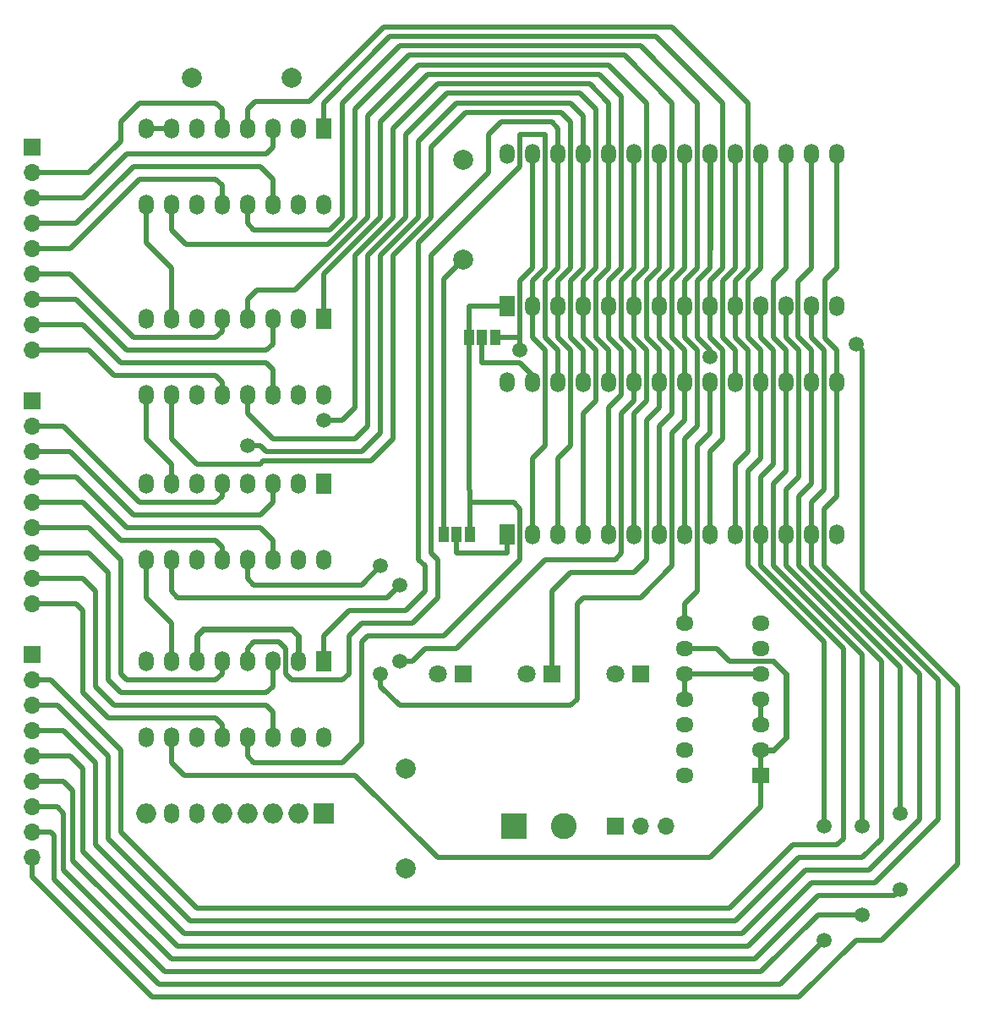
<source format=gbr>
G04 #@! TF.GenerationSoftware,KiCad,Pcbnew,(5.1.8)-1*
G04 #@! TF.CreationDate,2024-07-26T23:06:46+03:00*
G04 #@! TF.ProjectId,RAM,52414d2e-6b69-4636-9164-5f7063625858,rev?*
G04 #@! TF.SameCoordinates,PXc1c960PYc1c960*
G04 #@! TF.FileFunction,Copper,L2,Bot*
G04 #@! TF.FilePolarity,Positive*
%FSLAX46Y46*%
G04 Gerber Fmt 4.6, Leading zero omitted, Abs format (unit mm)*
G04 Created by KiCad (PCBNEW (5.1.8)-1) date 2024-07-26 23:06:46*
%MOMM*%
%LPD*%
G01*
G04 APERTURE LIST*
G04 #@! TA.AperFunction,ComponentPad*
%ADD10O,1.700000X1.700000*%
G04 #@! TD*
G04 #@! TA.AperFunction,ComponentPad*
%ADD11R,1.700000X1.700000*%
G04 #@! TD*
G04 #@! TA.AperFunction,ComponentPad*
%ADD12C,2.600000*%
G04 #@! TD*
G04 #@! TA.AperFunction,ComponentPad*
%ADD13R,2.600000X2.600000*%
G04 #@! TD*
G04 #@! TA.AperFunction,SMDPad,CuDef*
%ADD14R,1.000000X1.500000*%
G04 #@! TD*
G04 #@! TA.AperFunction,ComponentPad*
%ADD15C,2.000000*%
G04 #@! TD*
G04 #@! TA.AperFunction,ComponentPad*
%ADD16C,1.800000*%
G04 #@! TD*
G04 #@! TA.AperFunction,ComponentPad*
%ADD17R,1.800000X1.800000*%
G04 #@! TD*
G04 #@! TA.AperFunction,ComponentPad*
%ADD18O,1.500000X2.000000*%
G04 #@! TD*
G04 #@! TA.AperFunction,ComponentPad*
%ADD19R,1.500000X2.000000*%
G04 #@! TD*
G04 #@! TA.AperFunction,ComponentPad*
%ADD20O,1.800000X1.500000*%
G04 #@! TD*
G04 #@! TA.AperFunction,ComponentPad*
%ADD21R,1.800000X1.500000*%
G04 #@! TD*
G04 #@! TA.AperFunction,ComponentPad*
%ADD22O,2.000000X2.000000*%
G04 #@! TD*
G04 #@! TA.AperFunction,ComponentPad*
%ADD23R,2.000000X2.000000*%
G04 #@! TD*
G04 #@! TA.AperFunction,ViaPad*
%ADD24C,1.500000*%
G04 #@! TD*
G04 #@! TA.AperFunction,Conductor*
%ADD25C,0.500000*%
G04 #@! TD*
G04 #@! TA.AperFunction,Conductor*
%ADD26C,0.600000*%
G04 #@! TD*
G04 APERTURE END LIST*
D10*
X2540000Y-83820000D03*
X2540000Y-81280000D03*
X2540000Y-78740000D03*
X2540000Y-76200000D03*
X2540000Y-73660000D03*
X2540000Y-71120000D03*
X2540000Y-68580000D03*
X2540000Y-66040000D03*
D11*
X2540000Y-63500000D03*
D10*
X2540000Y-58420000D03*
X2540000Y-55880000D03*
X2540000Y-53340000D03*
X2540000Y-50800000D03*
X2540000Y-48260000D03*
X2540000Y-45720000D03*
X2540000Y-43180000D03*
X2540000Y-40640000D03*
D11*
X2540000Y-38100000D03*
D10*
X2540000Y-33020000D03*
X2540000Y-30480000D03*
X2540000Y-27940000D03*
X2540000Y-25400000D03*
X2540000Y-22860000D03*
X2540000Y-20320000D03*
X2540000Y-17780000D03*
X2540000Y-15240000D03*
D11*
X2540000Y-12700000D03*
D12*
X55800000Y-80645000D03*
D13*
X50800000Y-80645000D03*
D10*
X66040000Y-80645000D03*
X63500000Y-80645000D03*
D11*
X60960000Y-80645000D03*
D14*
X43785000Y-51435000D03*
X45085000Y-51435000D03*
X46385000Y-51435000D03*
X46325000Y-31750000D03*
X47625000Y-31750000D03*
X48925000Y-31750000D03*
D15*
X45720000Y-23970000D03*
X45720000Y-13970000D03*
X18575000Y-5715000D03*
X28575000Y-5715000D03*
D16*
X43180000Y-65405000D03*
D17*
X45720000Y-65405000D03*
D16*
X52070000Y-65405000D03*
D17*
X54610000Y-65405000D03*
D16*
X60960000Y-65405000D03*
D17*
X63500000Y-65405000D03*
D18*
X50165000Y-36195000D03*
X83185000Y-51435000D03*
X52705000Y-36195000D03*
X80645000Y-51435000D03*
X55245000Y-36195000D03*
X78105000Y-51435000D03*
X57785000Y-36195000D03*
X75565000Y-51435000D03*
X60325000Y-36195000D03*
X73025000Y-51435000D03*
X62865000Y-36195000D03*
X70485000Y-51435000D03*
X65405000Y-36195000D03*
X67945000Y-51435000D03*
X67945000Y-36195000D03*
X65405000Y-51435000D03*
X70485000Y-36195000D03*
X62865000Y-51435000D03*
X73025000Y-36195000D03*
X60325000Y-51435000D03*
X75565000Y-36195000D03*
X57785000Y-51435000D03*
X78105000Y-36195000D03*
X55245000Y-51435000D03*
X80645000Y-36195000D03*
X52705000Y-51435000D03*
X83185000Y-36195000D03*
D19*
X50165000Y-51435000D03*
D20*
X67945000Y-75565000D03*
X75565000Y-60325000D03*
X67945000Y-73025000D03*
X75565000Y-62865000D03*
X67945000Y-70485000D03*
X75565000Y-65405000D03*
X67945000Y-67945000D03*
X75565000Y-67945000D03*
X67945000Y-65405000D03*
X75565000Y-70485000D03*
X67945000Y-62865000D03*
X75565000Y-73025000D03*
X67945000Y-60325000D03*
D21*
X75565000Y-75565000D03*
D15*
X40005000Y-84930000D03*
X40005000Y-74930000D03*
D22*
X13970000Y-79375000D03*
D18*
X16510000Y-79375000D03*
X19050000Y-79375000D03*
D22*
X21590000Y-79375000D03*
X24130000Y-79375000D03*
X26670000Y-79375000D03*
X29210000Y-79375000D03*
D23*
X31750000Y-79375000D03*
D19*
X31750000Y-10795000D03*
D18*
X13970000Y-18415000D03*
X29210000Y-10795000D03*
X16510000Y-18415000D03*
X26670000Y-10795000D03*
X19050000Y-18415000D03*
X24130000Y-10795000D03*
X21590000Y-18415000D03*
X21590000Y-10795000D03*
X24130000Y-18415000D03*
X19050000Y-10795000D03*
X26670000Y-18415000D03*
X16510000Y-10795000D03*
X29210000Y-18415000D03*
X13970000Y-10795000D03*
X31750000Y-18415000D03*
D19*
X50165000Y-28575000D03*
D18*
X83185000Y-13335000D03*
X52705000Y-28575000D03*
X80645000Y-13335000D03*
X55245000Y-28575000D03*
X78105000Y-13335000D03*
X57785000Y-28575000D03*
X75565000Y-13335000D03*
X60325000Y-28575000D03*
X73025000Y-13335000D03*
X62865000Y-28575000D03*
X70485000Y-13335000D03*
X65405000Y-28575000D03*
X67945000Y-13335000D03*
X67945000Y-28575000D03*
X65405000Y-13335000D03*
X70485000Y-28575000D03*
X62865000Y-13335000D03*
X73025000Y-28575000D03*
X60325000Y-13335000D03*
X75565000Y-28575000D03*
X57785000Y-13335000D03*
X78105000Y-28575000D03*
X55245000Y-13335000D03*
X80645000Y-28575000D03*
X52705000Y-13335000D03*
X83185000Y-28575000D03*
X50165000Y-13335000D03*
X31750000Y-37465000D03*
X13970000Y-29845000D03*
X29210000Y-37465000D03*
X16510000Y-29845000D03*
X26670000Y-37465000D03*
X19050000Y-29845000D03*
X24130000Y-37465000D03*
X21590000Y-29845000D03*
X21590000Y-37465000D03*
X24130000Y-29845000D03*
X19050000Y-37465000D03*
X26670000Y-29845000D03*
X16510000Y-37465000D03*
X29210000Y-29845000D03*
X13970000Y-37465000D03*
D19*
X31750000Y-29845000D03*
X31750000Y-46355000D03*
D18*
X13970000Y-53975000D03*
X29210000Y-46355000D03*
X16510000Y-53975000D03*
X26670000Y-46355000D03*
X19050000Y-53975000D03*
X24130000Y-46355000D03*
X21590000Y-53975000D03*
X21590000Y-46355000D03*
X24130000Y-53975000D03*
X19050000Y-46355000D03*
X26670000Y-53975000D03*
X16510000Y-46355000D03*
X29210000Y-53975000D03*
X13970000Y-46355000D03*
X31750000Y-53975000D03*
X31750000Y-71755000D03*
X13970000Y-64135000D03*
X29210000Y-71755000D03*
X16510000Y-64135000D03*
X26670000Y-71755000D03*
X19050000Y-64135000D03*
X24130000Y-71755000D03*
X21590000Y-64135000D03*
X21590000Y-71755000D03*
X24130000Y-64135000D03*
X19050000Y-71755000D03*
X26670000Y-64135000D03*
X16510000Y-71755000D03*
X29210000Y-64135000D03*
X13970000Y-71755000D03*
D19*
X31750000Y-64135000D03*
D24*
X85090000Y-32385000D03*
X81915000Y-80645000D03*
X81915000Y-92075000D03*
X85725000Y-80645000D03*
X85725000Y-89535000D03*
X89535000Y-79375000D03*
X89535000Y-86995000D03*
X51435000Y-33020000D03*
X70485000Y-33655000D03*
X37465000Y-54610000D03*
X37465000Y-65405000D03*
X39370000Y-56515000D03*
X39370000Y-64135000D03*
X31750000Y-40005000D03*
X24130000Y-42545000D03*
D25*
X16510000Y-10795000D02*
X13970000Y-10795000D01*
X43785000Y-25905000D02*
X45720000Y-23970000D01*
X43785000Y-51435000D02*
X43785000Y-25905000D01*
X20955000Y-35560000D02*
X21590000Y-36195000D01*
X10795000Y-35560000D02*
X20955000Y-35560000D01*
X21590000Y-36195000D02*
X21590000Y-37465000D01*
X2540000Y-33020000D02*
X8255000Y-33020000D01*
X8255000Y-33020000D02*
X10795000Y-35560000D01*
X26670000Y-34925000D02*
X26670000Y-37465000D01*
X11430000Y-34290000D02*
X26035000Y-34290000D01*
X7620000Y-30480000D02*
X11430000Y-34290000D01*
X26035000Y-34290000D02*
X26670000Y-34925000D01*
X2540000Y-30480000D02*
X7620000Y-30480000D01*
X26670000Y-32385000D02*
X26670000Y-29845000D01*
X26035000Y-33020000D02*
X26670000Y-32385000D01*
X12065000Y-33020000D02*
X26035000Y-33020000D01*
X8890000Y-29845000D02*
X12065000Y-33020000D01*
X6985000Y-27940000D02*
X8890000Y-29845000D01*
X2540000Y-27940000D02*
X6985000Y-27940000D01*
X6350000Y-25400000D02*
X2540000Y-25400000D01*
X12700000Y-31750000D02*
X6350000Y-25400000D01*
X20955000Y-31750000D02*
X12700000Y-31750000D01*
X21590000Y-31115000D02*
X20955000Y-31750000D01*
X21590000Y-29845000D02*
X21590000Y-31115000D01*
X21590000Y-16510000D02*
X21590000Y-18415000D01*
X20955000Y-15875000D02*
X21590000Y-16510000D01*
X13335000Y-15875000D02*
X20955000Y-15875000D01*
X6350000Y-22860000D02*
X13335000Y-15875000D01*
X2540000Y-22860000D02*
X6350000Y-22860000D01*
X25400000Y-14605000D02*
X26670000Y-15875000D01*
X26670000Y-15875000D02*
X26670000Y-18415000D01*
X6985000Y-20320000D02*
X12700000Y-14605000D01*
X12700000Y-14605000D02*
X25400000Y-14605000D01*
X2540000Y-20320000D02*
X6985000Y-20320000D01*
X26670000Y-12700000D02*
X26670000Y-10795000D01*
X26035000Y-13335000D02*
X26670000Y-12700000D01*
X12065000Y-13335000D02*
X26035000Y-13335000D01*
X7620000Y-17780000D02*
X12065000Y-13335000D01*
X2540000Y-17780000D02*
X7620000Y-17780000D01*
X13335000Y-8255000D02*
X20955000Y-8255000D01*
X11430000Y-10160000D02*
X13335000Y-8255000D01*
X20955000Y-8255000D02*
X21590000Y-8890000D01*
X11430000Y-12065000D02*
X11430000Y-10160000D01*
X8255000Y-15240000D02*
X11430000Y-12065000D01*
X21590000Y-8890000D02*
X21590000Y-10795000D01*
X2540000Y-15240000D02*
X8255000Y-15240000D01*
X21590000Y-47625000D02*
X21590000Y-46355000D01*
X20955000Y-48260000D02*
X21590000Y-47625000D01*
X13335000Y-48260000D02*
X20955000Y-48260000D01*
X5715000Y-40640000D02*
X13335000Y-48260000D01*
X2540000Y-40640000D02*
X5715000Y-40640000D01*
X26670000Y-48260000D02*
X26670000Y-46355000D01*
X25400000Y-49530000D02*
X26670000Y-48260000D01*
X6350000Y-43180000D02*
X12700000Y-49530000D01*
X12700000Y-49530000D02*
X25400000Y-49530000D01*
X2540000Y-43180000D02*
X6350000Y-43180000D01*
X25400000Y-50800000D02*
X26670000Y-52070000D01*
X12065000Y-50800000D02*
X25400000Y-50800000D01*
X6985000Y-45720000D02*
X12065000Y-50800000D01*
X26670000Y-52070000D02*
X26670000Y-53975000D01*
X2540000Y-45720000D02*
X6985000Y-45720000D01*
X21590000Y-52705000D02*
X21590000Y-53975000D01*
X20955000Y-52070000D02*
X21590000Y-52705000D01*
X11430000Y-52070000D02*
X20955000Y-52070000D01*
X7620000Y-48260000D02*
X11430000Y-52070000D01*
X2540000Y-48260000D02*
X7620000Y-48260000D01*
X21590000Y-65405000D02*
X21590000Y-64135000D01*
X20955000Y-66040000D02*
X21590000Y-65405000D01*
X11430000Y-53975000D02*
X11430000Y-65405000D01*
X12065000Y-66040000D02*
X20955000Y-66040000D01*
X8255000Y-50800000D02*
X11430000Y-53975000D01*
X11430000Y-65405000D02*
X12065000Y-66040000D01*
X2540000Y-50800000D02*
X8255000Y-50800000D01*
X26670000Y-66675000D02*
X26670000Y-64135000D01*
X26035000Y-67310000D02*
X26670000Y-66675000D01*
X11430000Y-67310000D02*
X26035000Y-67310000D01*
X10160000Y-66040000D02*
X11430000Y-67310000D01*
X8255000Y-53340000D02*
X10160000Y-55245000D01*
X10160000Y-55245000D02*
X10160000Y-66040000D01*
X2540000Y-53340000D02*
X8255000Y-53340000D01*
X7620000Y-55880000D02*
X2540000Y-55880000D01*
X8890000Y-57150000D02*
X7620000Y-55880000D01*
X8890000Y-66675000D02*
X8890000Y-57150000D01*
X26035000Y-68580000D02*
X10795000Y-68580000D01*
X10795000Y-68580000D02*
X8890000Y-66675000D01*
X26670000Y-69215000D02*
X26035000Y-68580000D01*
X26670000Y-71755000D02*
X26670000Y-69215000D01*
X21590000Y-70485000D02*
X21590000Y-71755000D01*
X20955000Y-69850000D02*
X21590000Y-70485000D01*
X10160000Y-69850000D02*
X20955000Y-69850000D01*
X7620000Y-59055000D02*
X7620000Y-67310000D01*
X6985000Y-58420000D02*
X7620000Y-59055000D01*
X7620000Y-67310000D02*
X10160000Y-69850000D01*
X2540000Y-58420000D02*
X6985000Y-58420000D01*
X73025000Y-36195000D02*
X73025000Y-33020000D01*
X73025000Y-33020000D02*
X71755000Y-31750000D01*
X71755000Y-31750000D02*
X71755000Y-26035000D01*
X73025000Y-24765000D02*
X73025000Y-13335000D01*
X71755000Y-26035000D02*
X73025000Y-24765000D01*
X85090000Y-32385000D02*
X85090000Y-32385000D01*
X85725000Y-33020000D02*
X85090000Y-32385000D01*
X85725000Y-57150000D02*
X85725000Y-33020000D01*
X95250000Y-66675000D02*
X85725000Y-57150000D01*
X95250000Y-84455000D02*
X95250000Y-66675000D01*
X85090000Y-92075000D02*
X87630000Y-92075000D01*
X79375000Y-97790000D02*
X85090000Y-92075000D01*
X14605000Y-97790000D02*
X79375000Y-97790000D01*
X2540000Y-85725000D02*
X14605000Y-97790000D01*
X87630000Y-92075000D02*
X95250000Y-84455000D01*
X2540000Y-83820000D02*
X2540000Y-85725000D01*
X75565000Y-36195000D02*
X75565000Y-33020000D01*
X75565000Y-33020000D02*
X74295000Y-31750000D01*
X74295000Y-31750000D02*
X74295000Y-26035000D01*
X75565000Y-24765000D02*
X75565000Y-13335000D01*
X74295000Y-26035000D02*
X75565000Y-24765000D01*
X81915000Y-62865000D02*
X81915000Y-80645000D01*
X81915000Y-62230000D02*
X81915000Y-62865000D01*
X74295000Y-45085000D02*
X74295000Y-54610000D01*
X74295000Y-54610000D02*
X81915000Y-62230000D01*
X75565000Y-43815000D02*
X74295000Y-45085000D01*
X75565000Y-36195000D02*
X75565000Y-43815000D01*
X4445000Y-81280000D02*
X2540000Y-81280000D01*
X4762500Y-86042500D02*
X4762500Y-81597500D01*
X15240000Y-96520000D02*
X4762500Y-86042500D01*
X4762500Y-81597500D02*
X4445000Y-81280000D01*
X77470000Y-96520000D02*
X15240000Y-96520000D01*
X81915000Y-92075000D02*
X77470000Y-96520000D01*
X78105000Y-36195000D02*
X78105000Y-33020000D01*
X78105000Y-33020000D02*
X76835000Y-31750000D01*
X76835000Y-31750000D02*
X76835000Y-26035000D01*
X78105000Y-24765000D02*
X78105000Y-13335000D01*
X76835000Y-26035000D02*
X78105000Y-24765000D01*
X85725000Y-80645000D02*
X85725000Y-80645000D01*
X85725000Y-63500000D02*
X85725000Y-80645000D01*
X76835000Y-46355000D02*
X76835000Y-54610000D01*
X78105000Y-45085000D02*
X76835000Y-46355000D01*
X76835000Y-54610000D02*
X85725000Y-63500000D01*
X78105000Y-36195000D02*
X78105000Y-45085000D01*
X5080000Y-78740000D02*
X4445000Y-78740000D01*
X5715000Y-79375000D02*
X5080000Y-78740000D01*
X5715000Y-85090000D02*
X5715000Y-79375000D01*
X15875000Y-95250000D02*
X5715000Y-85090000D01*
X75565000Y-95250000D02*
X15875000Y-95250000D01*
X4445000Y-78740000D02*
X2540000Y-78740000D01*
X81280000Y-89535000D02*
X75565000Y-95250000D01*
X85725000Y-89535000D02*
X81280000Y-89535000D01*
X80645000Y-36195000D02*
X80645000Y-33020000D01*
X79305010Y-31680010D02*
X79305010Y-26104990D01*
X80645000Y-33020000D02*
X79305010Y-31680010D01*
X80645000Y-24765000D02*
X80645000Y-13335000D01*
X79305010Y-26104990D02*
X80645000Y-24765000D01*
X89535000Y-79375000D02*
X89535000Y-79375000D01*
X89535000Y-65405000D02*
X89535000Y-79375000D01*
X89535000Y-64770000D02*
X89535000Y-65405000D01*
X79375000Y-54610000D02*
X89535000Y-64770000D01*
X79375000Y-47625000D02*
X79375000Y-54610000D01*
X80645000Y-46355000D02*
X79375000Y-47625000D01*
X80645000Y-36195000D02*
X80645000Y-46355000D01*
X5715000Y-76200000D02*
X2540000Y-76200000D01*
X6667500Y-84137500D02*
X6667500Y-77152500D01*
X16510000Y-93980000D02*
X6667500Y-84137500D01*
X74930000Y-93980000D02*
X16510000Y-93980000D01*
X81280000Y-87630000D02*
X74930000Y-93980000D01*
X88900000Y-87630000D02*
X81280000Y-87630000D01*
X6667500Y-77152500D02*
X5715000Y-76200000D01*
X89535000Y-86995000D02*
X88900000Y-87630000D01*
X83185000Y-13335000D02*
X83185000Y-24765000D01*
X81984990Y-25965010D02*
X81984990Y-31819990D01*
X83185000Y-24765000D02*
X81984990Y-25965010D01*
X83185000Y-33020000D02*
X83185000Y-36195000D01*
X81984990Y-31819990D02*
X83185000Y-33020000D01*
X83185000Y-47625000D02*
X83185000Y-36195000D01*
X81915000Y-48895000D02*
X83185000Y-47625000D01*
X81915000Y-54610000D02*
X81915000Y-48895000D01*
X93345000Y-80010000D02*
X93345000Y-66040000D01*
X86995000Y-86360000D02*
X93345000Y-80010000D01*
X80645000Y-86360000D02*
X86995000Y-86360000D01*
X93345000Y-66040000D02*
X81915000Y-54610000D01*
X7620000Y-74930000D02*
X7620000Y-83185000D01*
X7620000Y-83185000D02*
X17145000Y-92710000D01*
X6350000Y-73660000D02*
X7620000Y-74930000D01*
X74295000Y-92710000D02*
X80645000Y-86360000D01*
X17145000Y-92710000D02*
X74295000Y-92710000D01*
X2540000Y-73660000D02*
X6350000Y-73660000D01*
X80645000Y-48260000D02*
X80645000Y-51435000D01*
X81915000Y-46990000D02*
X80645000Y-48260000D01*
X81915000Y-33020000D02*
X81915000Y-46990000D01*
X80645000Y-31750000D02*
X81915000Y-33020000D01*
X80645000Y-28575000D02*
X80645000Y-31750000D01*
X5715000Y-71120000D02*
X2540000Y-71120000D01*
X8890000Y-74295000D02*
X5715000Y-71120000D01*
X17780000Y-91440000D02*
X8890000Y-82550000D01*
X80010000Y-85090000D02*
X73660000Y-91440000D01*
X86360000Y-85090000D02*
X80010000Y-85090000D01*
X91440000Y-80010000D02*
X86360000Y-85090000D01*
X73660000Y-91440000D02*
X17780000Y-91440000D01*
X91440000Y-65405000D02*
X91440000Y-80010000D01*
X80645000Y-54610000D02*
X91440000Y-65405000D01*
X8890000Y-82550000D02*
X8890000Y-74295000D01*
X80645000Y-51435000D02*
X80645000Y-54610000D01*
X78105000Y-46990000D02*
X78105000Y-51435000D01*
X79375000Y-45720000D02*
X78105000Y-46990000D01*
X79375000Y-33020000D02*
X79375000Y-45720000D01*
X78105000Y-31750000D02*
X79375000Y-33020000D01*
X78105000Y-28575000D02*
X78105000Y-31750000D01*
X10160000Y-73660000D02*
X5080000Y-68580000D01*
X10160000Y-81915000D02*
X10160000Y-73660000D01*
X18415000Y-90170000D02*
X10160000Y-81915000D01*
X79375000Y-83820000D02*
X73025000Y-90170000D01*
X5080000Y-68580000D02*
X2540000Y-68580000D01*
X73025000Y-90170000D02*
X18415000Y-90170000D01*
X87630000Y-81915000D02*
X85725000Y-83820000D01*
X87630000Y-64135000D02*
X87630000Y-81915000D01*
X85725000Y-83820000D02*
X79375000Y-83820000D01*
X78105000Y-54610000D02*
X87630000Y-64135000D01*
X78105000Y-51435000D02*
X78105000Y-54610000D01*
X75565000Y-45720000D02*
X75565000Y-51435000D01*
X76835000Y-44450000D02*
X75565000Y-45720000D01*
X76835000Y-33020000D02*
X76835000Y-44450000D01*
X75565000Y-31750000D02*
X76835000Y-33020000D01*
X75565000Y-28575000D02*
X75565000Y-31750000D01*
X4445000Y-66040000D02*
X2540000Y-66040000D01*
X11430000Y-73025000D02*
X4445000Y-66040000D01*
X19050000Y-88900000D02*
X11430000Y-81280000D01*
X72390000Y-88900000D02*
X19050000Y-88900000D01*
X78740000Y-82550000D02*
X72390000Y-88900000D01*
X83185000Y-82550000D02*
X78740000Y-82550000D01*
X11430000Y-81280000D02*
X11430000Y-73025000D01*
X83820000Y-81915000D02*
X83185000Y-82550000D01*
X83820000Y-62865000D02*
X83820000Y-81915000D01*
X75565000Y-54610000D02*
X83820000Y-62865000D01*
X75565000Y-51435000D02*
X75565000Y-54610000D01*
X65405000Y-36195000D02*
X65405000Y-33020000D01*
X65405000Y-33020000D02*
X64135000Y-31750000D01*
X64135000Y-31750000D02*
X64135000Y-26035000D01*
X65405000Y-24765000D02*
X65405000Y-13335000D01*
X64135000Y-26035000D02*
X65405000Y-24765000D01*
X65405000Y-38735000D02*
X65405000Y-36195000D01*
X64135000Y-40005000D02*
X65405000Y-38735000D01*
X54610000Y-57150000D02*
X56515000Y-55245000D01*
X54610000Y-65405000D02*
X54610000Y-57150000D01*
X62865000Y-55245000D02*
X64135000Y-53975000D01*
X64135000Y-53975000D02*
X64135000Y-40005000D01*
X56515000Y-55245000D02*
X62865000Y-55245000D01*
X51435000Y-31750000D02*
X51435000Y-31750000D01*
X51435000Y-26035000D02*
X51435000Y-31750000D01*
X52705000Y-24765000D02*
X51435000Y-26035000D01*
X52705000Y-13335000D02*
X52705000Y-24765000D01*
X51435000Y-31750000D02*
X48925000Y-31750000D01*
X51435000Y-31750000D02*
X51435000Y-33020000D01*
D26*
X29210000Y-64135000D02*
X29210000Y-61595000D01*
X29210000Y-61595000D02*
X28575000Y-60960000D01*
X28575000Y-60960000D02*
X19685000Y-60960000D01*
X19050000Y-61595000D02*
X19050000Y-64135000D01*
X19685000Y-60960000D02*
X19050000Y-61595000D01*
D25*
X13970000Y-18415000D02*
X13970000Y-22225000D01*
X13970000Y-22225000D02*
X16510000Y-24765000D01*
X16510000Y-24765000D02*
X16510000Y-29845000D01*
X13970000Y-37465000D02*
X13970000Y-41910000D01*
X16510000Y-44450000D02*
X16510000Y-46355000D01*
X13970000Y-41910000D02*
X16510000Y-44450000D01*
X13970000Y-53975000D02*
X13970000Y-57785000D01*
X16510000Y-60325000D02*
X16510000Y-64135000D01*
X13970000Y-57785000D02*
X16510000Y-60325000D01*
X75565000Y-73025000D02*
X75565000Y-75565000D01*
D26*
X76835000Y-64135000D02*
X78105000Y-65405000D01*
X78105000Y-65405000D02*
X78105000Y-71755000D01*
X78105000Y-71755000D02*
X76835000Y-73025000D01*
X76835000Y-73025000D02*
X75565000Y-73025000D01*
D25*
X16510000Y-74295000D02*
X16510000Y-71755000D01*
X17780000Y-75565000D02*
X16510000Y-74295000D01*
X34925000Y-75565000D02*
X17780000Y-75565000D01*
X72390000Y-64135000D02*
X71120000Y-62865000D01*
X76835000Y-64135000D02*
X72390000Y-64135000D01*
X43180000Y-83820000D02*
X34925000Y-75565000D01*
X70485000Y-83820000D02*
X43180000Y-83820000D01*
X75565000Y-78740000D02*
X70485000Y-83820000D01*
X75565000Y-75565000D02*
X75565000Y-78740000D01*
X67945000Y-62865000D02*
X71120000Y-62865000D01*
X70485000Y-26035000D02*
X70485000Y-28575000D01*
X71755000Y-8255000D02*
X71755000Y-24765000D01*
X71755000Y-24765000D02*
X70485000Y-26035000D01*
X65087500Y-1587500D02*
X71755000Y-8255000D01*
X38417500Y-1587500D02*
X65087500Y-1587500D01*
X31750000Y-8255000D02*
X38417500Y-1587500D01*
X31750000Y-10795000D02*
X31750000Y-8255000D01*
X70485000Y-43180000D02*
X70485000Y-51435000D01*
X71755000Y-41910000D02*
X70485000Y-43180000D01*
X71755000Y-33020000D02*
X71755000Y-41910000D01*
X70485000Y-31750000D02*
X71755000Y-33020000D01*
X70485000Y-28575000D02*
X70485000Y-31750000D01*
X65405000Y-31750000D02*
X65405000Y-28575000D01*
X66675000Y-33020000D02*
X65405000Y-31750000D01*
X66675000Y-39370000D02*
X66675000Y-33020000D01*
X65405000Y-40640000D02*
X66675000Y-39370000D01*
X65405000Y-51435000D02*
X65405000Y-40640000D01*
X66675000Y-24765000D02*
X65405000Y-26035000D01*
X61912500Y-3492500D02*
X66675000Y-8255000D01*
X65405000Y-26035000D02*
X65405000Y-28575000D01*
X66675000Y-8255000D02*
X66675000Y-24765000D01*
X34925000Y-8890000D02*
X40322500Y-3492500D01*
X16510000Y-20955000D02*
X17938750Y-22383750D01*
X40322500Y-3492500D02*
X61912500Y-3492500D01*
X16510000Y-18415000D02*
X16510000Y-20955000D01*
X32226250Y-22383750D02*
X34925000Y-19685000D01*
X34925000Y-19685000D02*
X34925000Y-8890000D01*
X17938750Y-22383750D02*
X32226250Y-22383750D01*
X73025000Y-26035000D02*
X73025000Y-28575000D01*
X74295000Y-24765000D02*
X73025000Y-26035000D01*
X66675000Y-635000D02*
X74295000Y-8255000D01*
X37782500Y-635000D02*
X66675000Y-635000D01*
X30321250Y-8096250D02*
X37782500Y-635000D01*
X74295000Y-8255000D02*
X74295000Y-24765000D01*
X24923750Y-8096250D02*
X30321250Y-8096250D01*
X24130000Y-8890000D02*
X24923750Y-8096250D01*
X24130000Y-10795000D02*
X24130000Y-8890000D01*
X74295000Y-43180000D02*
X73025000Y-44450000D01*
X73025000Y-44450000D02*
X73025000Y-51435000D01*
X74295000Y-33020000D02*
X74295000Y-43180000D01*
X73025000Y-31750000D02*
X74295000Y-33020000D01*
X73025000Y-28575000D02*
X73025000Y-31750000D01*
X67945000Y-26035000D02*
X67945000Y-28575000D01*
X69215000Y-24765000D02*
X67945000Y-26035000D01*
X69215000Y-8255000D02*
X69215000Y-24765000D01*
X39370000Y-2540000D02*
X63500000Y-2540000D01*
X33655000Y-8255000D02*
X39370000Y-2540000D01*
X24130000Y-20320000D02*
X24765000Y-20955000D01*
X63500000Y-2540000D02*
X69215000Y-8255000D01*
X24130000Y-18415000D02*
X24130000Y-20320000D01*
X67945000Y-41910000D02*
X67945000Y-51435000D01*
X69215000Y-40640000D02*
X67945000Y-41910000D01*
X69215000Y-33020000D02*
X69215000Y-40640000D01*
X67945000Y-31750000D02*
X69215000Y-33020000D01*
X67945000Y-28575000D02*
X67945000Y-31750000D01*
X32385000Y-20955000D02*
X33655000Y-19685000D01*
X33655000Y-19685000D02*
X33655000Y-8255000D01*
X24765000Y-20955000D02*
X32385000Y-20955000D01*
X46355000Y-31720000D02*
X46325000Y-31750000D01*
X46355000Y-28575000D02*
X46355000Y-31720000D01*
X46355000Y-28575000D02*
X50165000Y-28575000D01*
X46325000Y-31750000D02*
X46325000Y-46960000D01*
X46355000Y-46990000D02*
X46325000Y-46960000D01*
X46385000Y-47020000D02*
X46355000Y-46990000D01*
X46385000Y-48230000D02*
X46385000Y-47020000D01*
X46385000Y-51435000D02*
X46385000Y-48230000D01*
X46385000Y-48230000D02*
X46385000Y-47595000D01*
X24765000Y-74295000D02*
X24130000Y-73660000D01*
X35560000Y-72390000D02*
X33655000Y-74295000D01*
X33655000Y-74295000D02*
X24765000Y-74295000D01*
X36195000Y-61595000D02*
X35560000Y-62230000D01*
X43815000Y-61595000D02*
X36195000Y-61595000D01*
X51435000Y-53975000D02*
X43815000Y-61595000D01*
X24130000Y-73660000D02*
X24130000Y-71755000D01*
X51435000Y-48895000D02*
X51435000Y-53975000D01*
X35560000Y-62230000D02*
X35560000Y-72390000D01*
X46385000Y-48230000D02*
X50770000Y-48230000D01*
X50800000Y-48260000D02*
X51435000Y-48895000D01*
X50770000Y-48230000D02*
X50800000Y-48260000D01*
X53975000Y-42545000D02*
X52705000Y-43815000D01*
X53975000Y-33020000D02*
X53975000Y-42545000D01*
X52705000Y-43815000D02*
X52705000Y-51435000D01*
X52705000Y-31750000D02*
X53975000Y-33020000D01*
X52705000Y-28575000D02*
X52705000Y-31750000D01*
X24130000Y-62865000D02*
X24130000Y-64135000D01*
X24765000Y-62230000D02*
X24130000Y-62865000D01*
X27305000Y-62230000D02*
X24765000Y-62230000D01*
X27940000Y-62865000D02*
X27305000Y-62230000D01*
X27940000Y-65405000D02*
X27940000Y-62865000D01*
X28575000Y-66040000D02*
X27940000Y-65405000D01*
X34290000Y-65405000D02*
X33655000Y-66040000D01*
X52705000Y-28575000D02*
X52705000Y-26035000D01*
X33655000Y-66040000D02*
X28575000Y-66040000D01*
X42545000Y-23495000D02*
X42545000Y-53340000D01*
X52705000Y-26035000D02*
X53975000Y-24765000D01*
X35560000Y-60325000D02*
X34290000Y-61595000D01*
X53975000Y-24765000D02*
X53975000Y-11430000D01*
X53975000Y-11430000D02*
X51435000Y-11430000D01*
X51435000Y-11430000D02*
X51435000Y-14605000D01*
X34290000Y-61595000D02*
X34290000Y-65405000D01*
X51435000Y-14605000D02*
X42545000Y-23495000D01*
X42545000Y-53340000D02*
X43180000Y-53975000D01*
X40640000Y-60325000D02*
X43180000Y-57785000D01*
X43180000Y-53975000D02*
X43180000Y-57785000D01*
X40640000Y-60325000D02*
X35560000Y-60325000D01*
X56515000Y-42545000D02*
X55245000Y-43815000D01*
X56515000Y-33020000D02*
X56515000Y-42545000D01*
X55245000Y-43815000D02*
X55245000Y-51435000D01*
X55245000Y-31750000D02*
X56515000Y-33020000D01*
X55245000Y-28575000D02*
X55245000Y-31750000D01*
X55245000Y-26035000D02*
X55245000Y-28575000D01*
X56515000Y-24765000D02*
X55245000Y-26035000D01*
X16510000Y-41910000D02*
X19050000Y-44450000D01*
X19050000Y-44450000D02*
X25400000Y-44450000D01*
X25400000Y-44450000D02*
X25717500Y-44132500D01*
X25717500Y-44132500D02*
X36512500Y-44132500D01*
X42545000Y-19685000D02*
X42545000Y-12700000D01*
X36512500Y-44132500D02*
X38735000Y-41910000D01*
X38735000Y-41910000D02*
X38735000Y-23495000D01*
X38735000Y-23495000D02*
X42545000Y-19685000D01*
X16510000Y-37465000D02*
X16510000Y-41910000D01*
X56515000Y-10160000D02*
X56515000Y-24765000D01*
X42545000Y-12700000D02*
X46037500Y-9207500D01*
X55562500Y-9207500D02*
X56515000Y-10160000D01*
X46037500Y-9207500D02*
X55562500Y-9207500D01*
X57785000Y-31750000D02*
X57785000Y-28575000D01*
X59055000Y-33020000D02*
X57785000Y-31750000D01*
X59055000Y-38100000D02*
X59055000Y-33020000D01*
X57785000Y-39370000D02*
X59055000Y-38100000D01*
X57785000Y-51435000D02*
X57785000Y-39370000D01*
X59055000Y-8890000D02*
X59055000Y-24765000D01*
X44132500Y-7302500D02*
X57467500Y-7302500D01*
X40005000Y-11430000D02*
X44132500Y-7302500D01*
X40005000Y-19685000D02*
X40005000Y-11430000D01*
X36195000Y-23495000D02*
X40005000Y-19685000D01*
X57467500Y-7302500D02*
X59055000Y-8890000D01*
X34925000Y-41910000D02*
X36195000Y-40640000D01*
X57785000Y-26035000D02*
X57785000Y-28575000D01*
X36195000Y-40640000D02*
X36195000Y-23495000D01*
X26670000Y-41910000D02*
X34925000Y-41910000D01*
X59055000Y-24765000D02*
X57785000Y-26035000D01*
X24130000Y-39370000D02*
X26670000Y-41910000D01*
X24130000Y-37465000D02*
X24130000Y-39370000D01*
X60325000Y-31750000D02*
X60325000Y-28575000D01*
X61595000Y-33020000D02*
X60325000Y-31750000D01*
X60325000Y-38735000D02*
X61595000Y-37465000D01*
X61595000Y-37465000D02*
X61595000Y-33020000D01*
X60325000Y-51435000D02*
X60325000Y-38735000D01*
X61595000Y-24765000D02*
X60325000Y-26035000D01*
X61595000Y-7620000D02*
X61595000Y-24765000D01*
X59372500Y-5397500D02*
X61595000Y-7620000D01*
X60325000Y-26035000D02*
X60325000Y-28575000D01*
X42227500Y-5397500D02*
X59372500Y-5397500D01*
X37465000Y-10160000D02*
X42227500Y-5397500D01*
X37465000Y-19685000D02*
X37465000Y-10160000D01*
X31750000Y-25400000D02*
X37465000Y-19685000D01*
X31750000Y-29845000D02*
X31750000Y-25400000D01*
X64135000Y-33020000D02*
X62865000Y-31750000D01*
X64135000Y-38100000D02*
X64135000Y-33020000D01*
X62865000Y-31750000D02*
X62865000Y-28575000D01*
X62865000Y-39370000D02*
X64135000Y-38100000D01*
X62865000Y-51435000D02*
X62865000Y-39370000D01*
X28892500Y-26987500D02*
X25082500Y-26987500D01*
X36195000Y-9525000D02*
X36195000Y-19685000D01*
X41275000Y-4445000D02*
X36195000Y-9525000D01*
X60325000Y-4445000D02*
X41275000Y-4445000D01*
X64135000Y-8255000D02*
X60325000Y-4445000D01*
X25082500Y-26987500D02*
X24130000Y-27940000D01*
X64135000Y-24765000D02*
X64135000Y-8255000D01*
X36195000Y-19685000D02*
X28892500Y-26987500D01*
X62865000Y-26035000D02*
X64135000Y-24765000D01*
X24130000Y-27940000D02*
X24130000Y-29845000D01*
X62865000Y-28575000D02*
X62865000Y-26035000D01*
D26*
X70485000Y-13335000D02*
X70485000Y-22860000D01*
D25*
X69215000Y-31750000D02*
X70485000Y-33020000D01*
X70485000Y-33020000D02*
X70485000Y-33655000D01*
X69215000Y-26035000D02*
X69215000Y-31750000D01*
X70485000Y-24765000D02*
X69215000Y-26035000D01*
X70485000Y-22860000D02*
X70485000Y-24765000D01*
X67945000Y-24765000D02*
X67945000Y-13335000D01*
X66675000Y-31750000D02*
X66675000Y-26035000D01*
X67945000Y-33020000D02*
X66675000Y-31750000D01*
X66675000Y-26035000D02*
X67945000Y-24765000D01*
X67945000Y-36195000D02*
X67945000Y-33020000D01*
X33655000Y-56515000D02*
X24765000Y-56515000D01*
X24130000Y-55880000D02*
X24130000Y-53975000D01*
X24765000Y-56515000D02*
X24130000Y-55880000D01*
X67945000Y-40005000D02*
X66675000Y-41275000D01*
X67945000Y-36195000D02*
X67945000Y-40005000D01*
X57785000Y-57785000D02*
X57150000Y-58420000D01*
X57150000Y-58420000D02*
X57150000Y-67945000D01*
X57150000Y-67945000D02*
X56515000Y-68580000D01*
X56515000Y-68580000D02*
X39370000Y-68580000D01*
X39370000Y-68580000D02*
X37465000Y-66675000D01*
X37465000Y-66675000D02*
X37465000Y-65405000D01*
X33655000Y-56515000D02*
X35560000Y-56515000D01*
X35560000Y-56515000D02*
X37465000Y-54610000D01*
X37465000Y-54610000D02*
X37465000Y-54610000D01*
X37465000Y-65405000D02*
X37465000Y-65405000D01*
X63500000Y-57785000D02*
X66675000Y-54610000D01*
X66675000Y-41275000D02*
X66675000Y-54610000D01*
X63500000Y-57785000D02*
X57785000Y-57785000D01*
X62865000Y-24765000D02*
X62865000Y-13335000D01*
X61595000Y-26035000D02*
X62865000Y-24765000D01*
X61595000Y-31750000D02*
X61595000Y-26035000D01*
X62865000Y-33020000D02*
X61595000Y-31750000D01*
X62865000Y-36195000D02*
X62865000Y-33020000D01*
X41910000Y-62865000D02*
X40640000Y-64135000D01*
X45085000Y-62865000D02*
X41910000Y-62865000D01*
X60960000Y-53975000D02*
X53975000Y-53975000D01*
X61595000Y-53340000D02*
X60960000Y-53975000D01*
X61595000Y-39370000D02*
X61595000Y-53340000D01*
X40640000Y-64135000D02*
X39370000Y-64135000D01*
X53975000Y-53975000D02*
X45085000Y-62865000D01*
X62865000Y-38100000D02*
X61595000Y-39370000D01*
X62865000Y-36195000D02*
X62865000Y-38100000D01*
X16510000Y-57150000D02*
X16510000Y-53975000D01*
X17145000Y-57785000D02*
X16510000Y-57150000D01*
X38100000Y-57785000D02*
X17145000Y-57785000D01*
X39370000Y-56515000D02*
X38100000Y-57785000D01*
X60325000Y-13335000D02*
X60325000Y-24765000D01*
X60325000Y-24765000D02*
X59055000Y-26035000D01*
X59055000Y-26035000D02*
X59055000Y-31750000D01*
X59055000Y-31750000D02*
X60325000Y-33020000D01*
X60325000Y-33020000D02*
X60325000Y-36195000D01*
X31750000Y-40005000D02*
X31750000Y-40005000D01*
X43180000Y-6350000D02*
X58420000Y-6350000D01*
X60325000Y-9525000D02*
X60325000Y-13335000D01*
X60325000Y-8255000D02*
X60325000Y-9525000D01*
X38735000Y-10795000D02*
X43180000Y-6350000D01*
X58420000Y-6350000D02*
X60325000Y-8255000D01*
X38735000Y-19685000D02*
X38735000Y-10795000D01*
X34925000Y-23495000D02*
X38735000Y-19685000D01*
X34925000Y-38735000D02*
X34925000Y-23495000D01*
X33655000Y-40005000D02*
X34925000Y-38735000D01*
X31750000Y-40005000D02*
X33655000Y-40005000D01*
X57785000Y-13335000D02*
X57785000Y-24765000D01*
X57785000Y-24765000D02*
X56515000Y-26035000D01*
X56515000Y-26035000D02*
X56515000Y-31750000D01*
X56515000Y-31750000D02*
X57785000Y-33020000D01*
X57785000Y-33020000D02*
X57785000Y-36195000D01*
X24130000Y-42545000D02*
X24130000Y-42545000D01*
X57785000Y-10795000D02*
X57785000Y-13335000D01*
X57785000Y-9525000D02*
X57785000Y-10795000D01*
X56515000Y-8255000D02*
X57785000Y-9525000D01*
X45085000Y-8255000D02*
X56515000Y-8255000D01*
X41275000Y-12065000D02*
X45085000Y-8255000D01*
X41275000Y-19685000D02*
X41275000Y-12065000D01*
X37465000Y-23495000D02*
X41275000Y-19685000D01*
X37465000Y-41275000D02*
X37465000Y-23495000D01*
X26035000Y-43180000D02*
X35560000Y-43180000D01*
X25400000Y-42545000D02*
X26035000Y-43180000D01*
X35560000Y-43180000D02*
X37465000Y-41275000D01*
X24130000Y-42545000D02*
X25400000Y-42545000D01*
X53975000Y-26035000D02*
X55245000Y-24765000D01*
X53975000Y-31750000D02*
X53975000Y-26035000D01*
X55245000Y-33020000D02*
X53975000Y-31750000D01*
X55245000Y-36195000D02*
X55245000Y-33020000D01*
X55245000Y-15875000D02*
X55245000Y-13335000D01*
X55245000Y-21590000D02*
X55245000Y-15875000D01*
X55245000Y-24765000D02*
X55245000Y-21590000D01*
X31750000Y-61595000D02*
X31750000Y-64135000D01*
X41275000Y-22225000D02*
X41275000Y-53975000D01*
X34290000Y-59055000D02*
X31750000Y-61595000D01*
X48260000Y-15240000D02*
X41275000Y-22225000D01*
X48260000Y-11430000D02*
X48260000Y-15240000D01*
X49530000Y-10160000D02*
X48260000Y-11430000D01*
X54610000Y-10160000D02*
X49530000Y-10160000D01*
X55245000Y-10795000D02*
X54610000Y-10160000D01*
X55245000Y-13335000D02*
X55245000Y-10795000D01*
X41275000Y-53975000D02*
X41910000Y-54610000D01*
X40005000Y-59055000D02*
X41910000Y-57150000D01*
X41910000Y-54610000D02*
X41910000Y-57150000D01*
X40005000Y-59055000D02*
X34290000Y-59055000D01*
X67945000Y-65405000D02*
X67945000Y-67945000D01*
X75565000Y-65405000D02*
X67945000Y-65405000D01*
X67945000Y-58420000D02*
X67945000Y-60325000D01*
X69215000Y-57150000D02*
X67945000Y-58420000D01*
X69215000Y-42545000D02*
X69215000Y-57150000D01*
X70485000Y-41275000D02*
X69215000Y-42545000D01*
X70485000Y-36195000D02*
X70485000Y-41275000D01*
X75565000Y-67945000D02*
X75565000Y-70485000D01*
X52705000Y-35560000D02*
X52705000Y-36195000D01*
X51435000Y-34290000D02*
X52705000Y-35560000D01*
X47625000Y-34290000D02*
X51435000Y-34290000D01*
X47625000Y-31750000D02*
X47625000Y-34290000D01*
X45085000Y-51435000D02*
X45085000Y-53340000D01*
X45085000Y-53340000D02*
X50165000Y-53340000D01*
X50165000Y-53340000D02*
X50165000Y-51435000D01*
M02*

</source>
